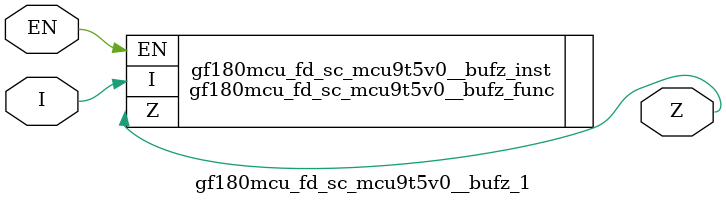
<source format=v>

`ifndef GF180MCU_FD_SC_MCU9T5V0__BUFZ_1_V
`define GF180MCU_FD_SC_MCU9T5V0__BUFZ_1_V

`include "gf180mcu_fd_sc_mcu9t5v0__bufz.v"

`ifdef USE_POWER_PINS
module gf180mcu_fd_sc_mcu9t5v0__bufz_1( EN, I, Z, VDD, VSS );
inout VDD, VSS;
`else // If not USE_POWER_PINS
module gf180mcu_fd_sc_mcu9t5v0__bufz_1( EN, I, Z );
`endif // If not USE_POWER_PINS
input EN, I;
output Z;

`ifdef USE_POWER_PINS
  gf180mcu_fd_sc_mcu9t5v0__bufz_func gf180mcu_fd_sc_mcu9t5v0__bufz_inst(.EN(EN),.I(I),.Z(Z),.VDD(VDD),.VSS(VSS));
`else // If not USE_POWER_PINS
  gf180mcu_fd_sc_mcu9t5v0__bufz_func gf180mcu_fd_sc_mcu9t5v0__bufz_inst(.EN(EN),.I(I),.Z(Z));
`endif // If not USE_POWER_PINS

`ifndef FUNCTIONAL
	// spec_gates_begin


	// spec_gates_end



   specify

	// specify_block_begin

	// comb arc EN --> Z
	 (EN => Z) = (1.0,1.0);

	// comb arc I --> Z
	 (I => Z) = (1.0,1.0);

	// specify_block_end

   endspecify

   `endif

endmodule
`endif // GF180MCU_FD_SC_MCU9T5V0__BUFZ_1_V

</source>
